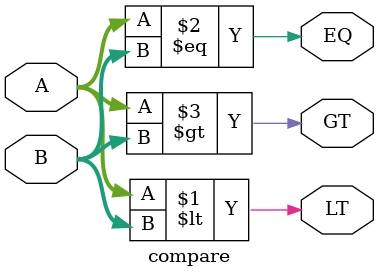
<source format=v>
`timescale 1ns / 1ps


module compare(
   input [15:0] A,
    input [15:0]B,
    output LT,
    output EQ,
    output GT
    );
    assign LT = (A<B);
    assign EQ = (A==B);
    assign GT = (A>B);
endmodule

</source>
